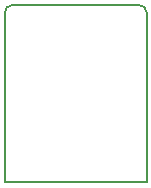
<source format=gm1>
G04 #@! TF.GenerationSoftware,KiCad,Pcbnew,5.1.4+dfsg1-1*
G04 #@! TF.CreationDate,2019-11-18T19:04:25+01:00*
G04 #@! TF.ProjectId,USB-LED-Otter,5553422d-4c45-4442-9d4f-747465722e6b,rev?*
G04 #@! TF.SameCoordinates,Original*
G04 #@! TF.FileFunction,Profile,NP*
%FSLAX46Y46*%
G04 Gerber Fmt 4.6, Leading zero omitted, Abs format (unit mm)*
G04 Created by KiCad (PCBNEW 5.1.4+dfsg1-1) date 2019-11-18 19:04:25*
%MOMM*%
%LPD*%
G04 APERTURE LIST*
%ADD10C,0.200000*%
G04 APERTURE END LIST*
D10*
X50000000Y-50600000D02*
G75*
G02X50600000Y-50000000I600000J0D01*
G01*
X61400000Y-50000000D02*
G75*
G02X62000000Y-50600000I0J-600000D01*
G01*
X61400000Y-50000000D02*
X50600000Y-50000000D01*
X62000000Y-65000000D02*
X62000000Y-50600000D01*
X50000000Y-65000000D02*
X62000000Y-65000000D01*
X50000000Y-50600000D02*
X50000000Y-65000000D01*
M02*

</source>
